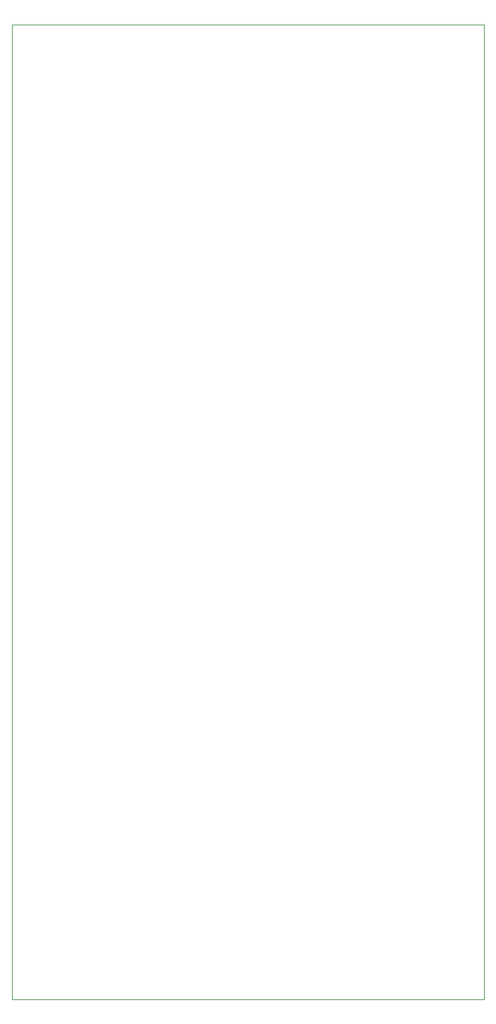
<source format=gbr>
%TF.GenerationSoftware,KiCad,Pcbnew,9.0.2*%
%TF.CreationDate,2025-08-01T16:44:26+02:00*%
%TF.ProjectId,DuploTrainController NG,4475706c-6f54-4726-9169-6e436f6e7472,rev?*%
%TF.SameCoordinates,PX2b953a0PY93c5970*%
%TF.FileFunction,Profile,NP*%
%FSLAX46Y46*%
G04 Gerber Fmt 4.6, Leading zero omitted, Abs format (unit mm)*
G04 Created by KiCad (PCBNEW 9.0.2) date 2025-08-01 16:44:26*
%MOMM*%
%LPD*%
G01*
G04 APERTURE LIST*
%TA.AperFunction,Profile*%
%ADD10C,0.050000*%
%TD*%
G04 APERTURE END LIST*
D10*
X70000Y123940000D02*
X60120000Y123940000D01*
X60120000Y-60000D01*
X70000Y-60000D01*
X70000Y123940000D01*
M02*

</source>
